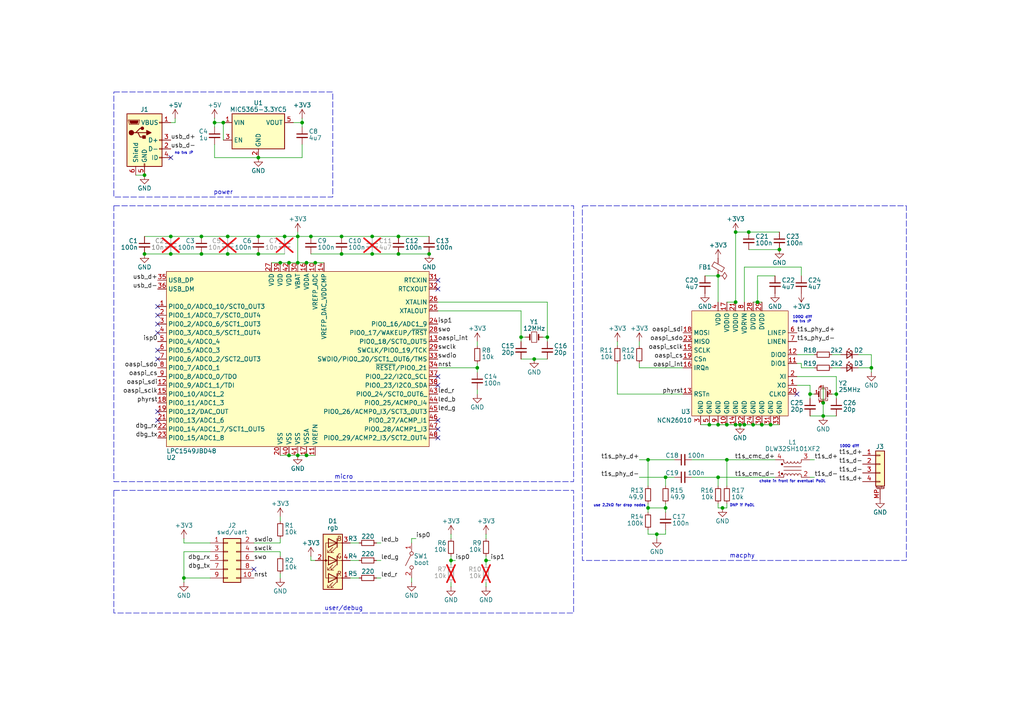
<source format=kicad_sch>
(kicad_sch (version 20231120) (generator "eeschema") (generator_version "8.0")
  (paper "A4")
  (junction (at 58.42 73.66))
  (junction (at 138.43 106.68))
  (junction (at 62.23 35.56))
  (junction (at 130.81 162.56))
  (junction (at 107.95 73.66))
  (junction (at 88.9 76.2))
  (junction (at 86.36 68.58))
  (junction (at 193.04 138.43))
  (junction (at 215.9 123.19))
  (junction (at 74.93 68.58))
  (junction (at 115.57 73.66))
  (junction (at 41.91 73.66))
  (junction (at 238.76 120.65))
  (junction (at 151.13 97.79))
  (junction (at 115.57 68.58))
  (junction (at 99.06 73.66))
  (junction (at 252.73 106.68))
  (junction (at 107.95 68.58))
  (junction (at 64.77 35.56))
  (junction (at 86.36 76.2))
  (junction (at 66.04 68.58))
  (junction (at 218.44 123.19))
  (junction (at 82.55 68.58))
  (junction (at 209.55 147.32))
  (junction (at 238.76 116.84))
  (junction (at 41.91 50.8))
  (junction (at 74.93 73.66))
  (junction (at 83.82 132.08))
  (junction (at 158.75 97.79))
  (junction (at 154.94 104.14))
  (junction (at 87.63 35.56))
  (junction (at 205.74 123.19))
  (junction (at 124.46 73.66))
  (junction (at 223.52 123.19))
  (junction (at 190.5 154.94))
  (junction (at 213.36 67.31))
  (junction (at 88.9 132.08))
  (junction (at 58.42 68.58))
  (junction (at 49.53 68.58))
  (junction (at 81.28 76.2))
  (junction (at 99.06 68.58))
  (junction (at 226.06 72.39))
  (junction (at 49.53 73.66))
  (junction (at 66.04 73.66))
  (junction (at 86.36 132.08))
  (junction (at 213.36 87.63))
  (junction (at 74.93 45.72))
  (junction (at 210.82 123.19))
  (junction (at 91.44 76.2))
  (junction (at 234.95 114.3))
  (junction (at 187.96 147.32))
  (junction (at 90.17 68.58))
  (junction (at 83.82 76.2))
  (junction (at 242.57 114.3))
  (junction (at 213.36 123.19))
  (junction (at 219.71 87.63))
  (junction (at 210.82 133.35))
  (junction (at 208.28 80.01))
  (junction (at 208.28 138.43))
  (junction (at 214.63 123.19))
  (junction (at 208.28 123.19))
  (junction (at 193.04 147.32))
  (junction (at 53.34 167.64))
  (junction (at 220.98 123.19))
  (junction (at 187.96 133.35))
  (junction (at 217.17 67.31))
  (junction (at 140.97 162.56))
  (no_connect (at 127 109.22))
  (no_connect (at 49.53 45.72))
  (no_connect (at 45.72 88.9))
  (no_connect (at 127 124.46))
  (no_connect (at 73.66 165.1))
  (no_connect (at 45.72 101.6))
  (no_connect (at 45.72 96.52))
  (no_connect (at 127 81.28))
  (no_connect (at 45.72 121.92))
  (no_connect (at 45.72 119.38))
  (no_connect (at 127 127))
  (no_connect (at 45.72 91.44))
  (no_connect (at 127 83.82))
  (no_connect (at 127 121.92))
  (no_connect (at 231.14 114.3))
  (no_connect (at 45.72 93.98))
  (no_connect (at 45.72 104.14))
  (no_connect (at 127 111.76))
  (wire (pts (xy 232.41 106.68) (xy 236.22 106.68)))
  (wire (pts (xy 185.42 99.06) (xy 185.42 100.33)))
  (wire (pts (xy 234.95 111.76) (xy 234.95 114.3)))
  (wire (pts (xy 130.81 162.56) (xy 132.08 162.56)))
  (wire (pts (xy 74.93 45.72) (xy 62.23 45.72)))
  (wire (pts (xy 107.95 68.58) (xy 115.57 68.58)))
  (wire (pts (xy 213.36 67.31) (xy 213.36 87.63)))
  (wire (pts (xy 217.17 67.31) (xy 213.36 67.31)))
  (wire (pts (xy 193.04 138.43) (xy 193.04 140.97)))
  (wire (pts (xy 185.42 133.35) (xy 187.96 133.35)))
  (wire (pts (xy 193.04 147.32) (xy 193.04 148.59)))
  (wire (pts (xy 127 90.17) (xy 151.13 90.17)))
  (wire (pts (xy 101.6 167.64) (xy 104.14 167.64)))
  (wire (pts (xy 86.36 76.2) (xy 88.9 76.2)))
  (wire (pts (xy 214.63 123.19) (xy 215.9 123.19)))
  (wire (pts (xy 232.41 77.47) (xy 232.41 80.01)))
  (wire (pts (xy 140.97 168.91) (xy 140.97 170.18)))
  (wire (pts (xy 208.28 80.01) (xy 208.28 87.63)))
  (wire (pts (xy 187.96 133.35) (xy 195.58 133.35)))
  (wire (pts (xy 234.95 120.65) (xy 238.76 120.65)))
  (wire (pts (xy 252.73 106.68) (xy 252.73 107.95)))
  (wire (pts (xy 107.95 73.66) (xy 115.57 73.66)))
  (wire (pts (xy 252.73 102.87) (xy 252.73 106.68)))
  (wire (pts (xy 198.12 114.3) (xy 179.07 114.3)))
  (wire (pts (xy 151.13 104.14) (xy 154.94 104.14)))
  (wire (pts (xy 138.43 106.68) (xy 138.43 107.95)))
  (wire (pts (xy 158.75 99.06) (xy 158.75 97.79)))
  (wire (pts (xy 185.42 138.43) (xy 193.04 138.43)))
  (wire (pts (xy 120.65 156.21) (xy 119.38 156.21)))
  (wire (pts (xy 241.3 102.87) (xy 243.84 102.87)))
  (wire (pts (xy 215.9 87.63) (xy 215.9 77.47)))
  (wire (pts (xy 130.81 168.91) (xy 130.81 170.18)))
  (wire (pts (xy 219.71 87.63) (xy 219.71 80.01)))
  (wire (pts (xy 83.82 132.08) (xy 86.36 132.08)))
  (wire (pts (xy 130.81 162.56) (xy 130.81 163.83)))
  (wire (pts (xy 208.28 138.43) (xy 224.79 138.43)))
  (wire (pts (xy 119.38 167.64) (xy 119.38 168.91)))
  (wire (pts (xy 208.28 123.19) (xy 210.82 123.19)))
  (wire (pts (xy 39.37 50.8) (xy 41.91 50.8)))
  (wire (pts (xy 90.17 162.56) (xy 91.44 162.56)))
  (wire (pts (xy 187.96 154.94) (xy 190.5 154.94)))
  (wire (pts (xy 223.52 123.19) (xy 226.06 123.19)))
  (wire (pts (xy 140.97 162.56) (xy 142.24 162.56)))
  (wire (pts (xy 81.28 149.86) (xy 81.28 151.13)))
  (wire (pts (xy 204.47 80.01) (xy 208.28 80.01)))
  (wire (pts (xy 53.34 160.02) (xy 60.96 160.02)))
  (wire (pts (xy 86.36 68.58) (xy 86.36 76.2)))
  (wire (pts (xy 115.57 73.66) (xy 124.46 73.66)))
  (wire (pts (xy 62.23 34.29) (xy 62.23 35.56)))
  (wire (pts (xy 203.2 123.19) (xy 205.74 123.19)))
  (wire (pts (xy 248.92 102.87) (xy 252.73 102.87)))
  (wire (pts (xy 151.13 97.79) (xy 152.4 97.79)))
  (wire (pts (xy 85.09 35.56) (xy 87.63 35.56)))
  (wire (pts (xy 87.63 34.29) (xy 87.63 35.56)))
  (wire (pts (xy 238.76 111.76) (xy 238.76 116.84)))
  (wire (pts (xy 86.36 67.31) (xy 86.36 68.58)))
  (wire (pts (xy 140.97 154.94) (xy 140.97 156.21)))
  (wire (pts (xy 219.71 80.01) (xy 224.79 80.01)))
  (wire (pts (xy 193.04 154.94) (xy 193.04 153.67)))
  (wire (pts (xy 53.34 167.64) (xy 53.34 160.02)))
  (wire (pts (xy 187.96 146.05) (xy 187.96 147.32)))
  (wire (pts (xy 218.44 87.63) (xy 219.71 87.63)))
  (wire (pts (xy 241.3 106.68) (xy 243.84 106.68)))
  (wire (pts (xy 179.07 99.06) (xy 179.07 100.33)))
  (wire (pts (xy 242.57 114.3) (xy 242.57 115.57)))
  (wire (pts (xy 138.43 99.06) (xy 138.43 100.33)))
  (wire (pts (xy 62.23 45.72) (xy 62.23 41.91)))
  (wire (pts (xy 210.82 133.35) (xy 224.79 133.35)))
  (wire (pts (xy 234.95 114.3) (xy 236.22 114.3)))
  (wire (pts (xy 41.91 73.66) (xy 49.53 73.66)))
  (wire (pts (xy 86.36 68.58) (xy 90.17 68.58)))
  (wire (pts (xy 81.28 76.2) (xy 83.82 76.2)))
  (wire (pts (xy 193.04 147.32) (xy 193.04 146.05)))
  (wire (pts (xy 83.82 76.2) (xy 86.36 76.2)))
  (wire (pts (xy 109.22 162.56) (xy 110.49 162.56)))
  (wire (pts (xy 82.55 68.58) (xy 86.36 68.58)))
  (wire (pts (xy 138.43 105.41) (xy 138.43 106.68)))
  (wire (pts (xy 58.42 68.58) (xy 66.04 68.58)))
  (wire (pts (xy 200.66 138.43) (xy 208.28 138.43)))
  (wire (pts (xy 215.9 77.47) (xy 232.41 77.47)))
  (wire (pts (xy 187.96 147.32) (xy 193.04 147.32)))
  (wire (pts (xy 87.63 35.56) (xy 87.63 36.83)))
  (wire (pts (xy 74.93 73.66) (xy 82.55 73.66)))
  (wire (pts (xy 158.75 97.79) (xy 157.48 97.79)))
  (wire (pts (xy 234.95 115.57) (xy 234.95 114.3)))
  (wire (pts (xy 220.98 123.19) (xy 223.52 123.19)))
  (wire (pts (xy 140.97 162.56) (xy 140.97 163.83)))
  (wire (pts (xy 210.82 123.19) (xy 213.36 123.19)))
  (wire (pts (xy 248.92 106.68) (xy 252.73 106.68)))
  (wire (pts (xy 53.34 157.48) (xy 53.34 156.21)))
  (wire (pts (xy 73.66 160.02) (xy 81.28 160.02)))
  (wire (pts (xy 130.81 161.29) (xy 130.81 162.56)))
  (wire (pts (xy 151.13 99.06) (xy 151.13 97.79)))
  (wire (pts (xy 217.17 72.39) (xy 226.06 72.39)))
  (wire (pts (xy 219.71 87.63) (xy 220.98 87.63)))
  (wire (pts (xy 210.82 147.32) (xy 210.82 146.05)))
  (wire (pts (xy 208.28 146.05) (xy 208.28 147.32)))
  (wire (pts (xy 62.23 35.56) (xy 62.23 36.83)))
  (wire (pts (xy 87.63 45.72) (xy 87.63 41.91)))
  (wire (pts (xy 74.93 68.58) (xy 82.55 68.58)))
  (wire (pts (xy 231.14 111.76) (xy 234.95 111.76)))
  (wire (pts (xy 99.06 68.58) (xy 107.95 68.58)))
  (wire (pts (xy 99.06 73.66) (xy 107.95 73.66)))
  (wire (pts (xy 151.13 90.17) (xy 151.13 97.79)))
  (wire (pts (xy 73.66 157.48) (xy 81.28 157.48)))
  (wire (pts (xy 109.22 167.64) (xy 110.49 167.64)))
  (wire (pts (xy 208.28 147.32) (xy 209.55 147.32)))
  (wire (pts (xy 101.6 162.56) (xy 104.14 162.56)))
  (wire (pts (xy 78.74 76.2) (xy 81.28 76.2)))
  (wire (pts (xy 238.76 120.65) (xy 242.57 120.65)))
  (wire (pts (xy 190.5 154.94) (xy 190.5 156.21)))
  (wire (pts (xy 86.36 132.08) (xy 88.9 132.08)))
  (wire (pts (xy 187.96 133.35) (xy 187.96 140.97)))
  (wire (pts (xy 231.14 102.87) (xy 236.22 102.87)))
  (wire (pts (xy 185.42 106.68) (xy 198.12 106.68)))
  (wire (pts (xy 109.22 157.48) (xy 110.49 157.48)))
  (wire (pts (xy 127 87.63) (xy 158.75 87.63)))
  (wire (pts (xy 49.53 68.58) (xy 58.42 68.58)))
  (wire (pts (xy 90.17 161.29) (xy 90.17 162.56)))
  (wire (pts (xy 185.42 105.41) (xy 185.42 106.68)))
  (wire (pts (xy 208.28 138.43) (xy 208.28 140.97)))
  (wire (pts (xy 200.66 133.35) (xy 210.82 133.35)))
  (wire (pts (xy 119.38 156.21) (xy 119.38 157.48)))
  (wire (pts (xy 140.97 161.29) (xy 140.97 162.56)))
  (wire (pts (xy 115.57 68.58) (xy 124.46 68.58)))
  (wire (pts (xy 210.82 133.35) (xy 210.82 140.97)))
  (wire (pts (xy 90.17 73.66) (xy 99.06 73.66)))
  (wire (pts (xy 190.5 154.94) (xy 193.04 154.94)))
  (wire (pts (xy 231.14 109.22) (xy 242.57 109.22)))
  (wire (pts (xy 234.95 133.35) (xy 236.22 133.35)))
  (wire (pts (xy 64.77 35.56) (xy 62.23 35.56)))
  (wire (pts (xy 234.95 138.43) (xy 236.22 138.43)))
  (wire (pts (xy 91.44 76.2) (xy 93.98 76.2)))
  (wire (pts (xy 101.6 157.48) (xy 104.14 157.48)))
  (wire (pts (xy 231.14 105.41) (xy 232.41 105.41)))
  (wire (pts (xy 154.94 104.14) (xy 158.75 104.14)))
  (wire (pts (xy 49.53 73.66) (xy 58.42 73.66)))
  (wire (pts (xy 187.96 153.67) (xy 187.96 154.94)))
  (wire (pts (xy 241.3 114.3) (xy 242.57 114.3)))
  (wire (pts (xy 226.06 67.31) (xy 217.17 67.31)))
  (wire (pts (xy 242.57 109.22) (xy 242.57 114.3)))
  (wire (pts (xy 88.9 76.2) (xy 91.44 76.2)))
  (wire (pts (xy 58.42 73.66) (xy 66.04 73.66)))
  (wire (pts (xy 50.8 35.56) (xy 50.8 34.29)))
  (wire (pts (xy 81.28 157.48) (xy 81.28 156.21)))
  (wire (pts (xy 218.44 123.19) (xy 220.98 123.19)))
  (wire (pts (xy 130.81 154.94) (xy 130.81 156.21)))
  (wire (pts (xy 232.41 105.41) (xy 232.41 106.68)))
  (wire (pts (xy 210.82 87.63) (xy 213.36 87.63)))
  (wire (pts (xy 215.9 123.19) (xy 218.44 123.19)))
  (wire (pts (xy 66.04 73.66) (xy 74.93 73.66)))
  (wire (pts (xy 53.34 167.64) (xy 60.96 167.64)))
  (wire (pts (xy 138.43 113.03) (xy 138.43 114.3)))
  (wire (pts (xy 88.9 132.08) (xy 91.44 132.08)))
  (wire (pts (xy 238.76 116.84) (xy 238.76 120.65)))
  (wire (pts (xy 187.96 147.32) (xy 187.96 148.59)))
  (wire (pts (xy 81.28 166.37) (xy 81.28 167.64)))
  (wire (pts (xy 205.74 123.19) (xy 208.28 123.19)))
  (wire (pts (xy 193.04 138.43) (xy 195.58 138.43)))
  (wire (pts (xy 74.93 45.72) (xy 87.63 45.72)))
  (wire (pts (xy 81.28 160.02) (xy 81.28 161.29)))
  (wire (pts (xy 90.17 68.58) (xy 99.06 68.58)))
  (wire (pts (xy 213.36 123.19) (xy 214.63 123.19)))
  (wire (pts (xy 209.55 147.32) (xy 210.82 147.32)))
  (wire (pts (xy 81.28 132.08) (xy 83.82 132.08)))
  (wire (pts (xy 53.34 168.91) (xy 53.34 167.64)))
  (wire (pts (xy 41.91 68.58) (xy 49.53 68.58)))
  (wire (pts (xy 60.96 157.48) (xy 53.34 157.48)))
  (wire (pts (xy 64.77 35.56) (xy 64.77 40.64)))
  (wire (pts (xy 179.07 114.3) (xy 179.07 105.41)))
  (wire (pts (xy 158.75 87.63) (xy 158.75 97.79)))
  (wire (pts (xy 127 106.68) (xy 138.43 106.68)))
  (wire (pts (xy 49.53 35.56) (xy 50.8 35.56)))
  (wire (pts (xy 66.04 68.58) (xy 74.93 68.58)))
  (rectangle (start 33.02 26.67) (end 96.52 57.15) (stroke (width 0) (type dash)))
  (rectangle (start 33.02 142.24) (end 166.37 177.8) (stroke (width 0) (type dash)))
  (rectangle (start 33.02 59.69) (end 166.37 139.7) (stroke (width 0) (type dash)))
  (rectangle (start 168.91 59.69) (end 262.89 162.56) (stroke (width 0) (type dash)))
  (text "DNP if PoDL" (at 215.265 146.685 0) (effects (font (size 0.762 0.762))))
  (text "use 2.2kΩ for drop nodes" (at 179.705 146.685 0) (effects (font (size 0.762 0.762))))
  (text "no tvs :P" (at 53.34 44.45 0) (effects (font (size 0.762 0.762))))
  (text "100Ω diff" (at 246.38 129.54 0) (effects (font (size 0.762 0.762))))
  (text "micro" (at 99.695 138.43 0) (effects (font (size 1.27 1.27))))
  (text "choke in front for eventual PoDL" (at 229.87 139.7 0) (effects (font (size 0.762 0.762))))
  (text "user/debug" (at 99.695 176.53 0) (effects (font (size 1.27 1.27))))
  (text "macphy" (at 215.265 161.29 0) (effects (font (size 1.27 1.27))))
  (text "100Ω diff\nno tvs :P" (at 229.87 92.71 0) (effects (font (size 0.762 0.762)) (justify left)))
  (text "power" (at 64.77 55.88 0) (effects (font (size 1.27 1.27))))
  (label "t1s_d+" (at 236.22 133.35 0))
  (label "swo" (at 73.66 162.56 0))
  (label "swclk" (at 127 101.6 0))
  (label "isp0" (at 132.08 162.56 0))
  (label "swdio" (at 127 104.14 0))
  (label "t1s_d+" (at 250.19 139.7 180))
  (label "led_g" (at 110.49 162.56 0))
  (label "swclk" (at 73.66 160.02 0))
  (label "t1s_d-" (at 236.22 138.43 0))
  (label "usb_d+" (at 45.72 81.28 180))
  (label "phyrst" (at 45.72 116.84 180))
  (label "dbg_tx" (at 45.72 127 180))
  (label "oaspi_sdo" (at 45.72 106.68 180))
  (label "t1s_phy_d+" (at 231.14 96.52 0))
  (label "t1s_phy_d-" (at 185.42 138.43 180))
  (label "oaspi_cs" (at 45.72 109.22 180))
  (label "led_b" (at 127 116.84 0))
  (label "oaspi_cs" (at 198.12 104.14 180))
  (label "nrst" (at 73.66 167.64 0))
  (label "usb_d-" (at 45.72 83.82 180))
  (label "dbg_rx" (at 45.72 124.46 180))
  (label "isp1" (at 142.24 162.56 0))
  (label "led_r" (at 110.49 167.64 0))
  (label "t1s_cmc_d+" (at 224.79 133.35 180))
  (label "t1s_phy_d+" (at 185.42 133.35 180))
  (label "nrst" (at 127 106.68 0))
  (label "dbg_rx" (at 60.96 162.56 180))
  (label "usb_d+" (at 49.53 40.64 0))
  (label "t1s_d-" (at 250.19 137.16 180))
  (label "oaspi_sclk" (at 45.72 114.3 180))
  (label "led_g" (at 127 119.38 0))
  (label "led_b" (at 110.49 157.48 0))
  (label "oaspi_int" (at 127 99.06 0))
  (label "t1s_d+" (at 250.19 132.08 180))
  (label "swdio" (at 73.66 157.48 0))
  (label "t1s_cmc_d-" (at 224.79 138.43 180))
  (label "isp0" (at 45.72 99.06 180))
  (label "usb_d-" (at 49.53 43.18 0))
  (label "dbg_tx" (at 60.96 165.1 180))
  (label "oaspi_sdi" (at 45.72 111.76 180))
  (label "swo" (at 127 96.52 0))
  (label "oaspi_sclk" (at 198.12 101.6 180))
  (label "led_r" (at 127 114.3 0))
  (label "oaspi_sdo" (at 198.12 99.06 180))
  (label "t1s_phy_d-" (at 231.14 99.06 0))
  (label "oaspi_int" (at 198.12 106.68 180))
  (label "isp0" (at 120.65 156.21 0))
  (label "oaspi_sdi" (at 198.12 96.52 180))
  (label "t1s_d-" (at 250.19 134.62 180))
  (label "isp1" (at 127 93.98 0))
  (label "phyrst" (at 198.12 114.3 180))
  (symbol (lib_id "Device:R_Small") (at 130.81 158.75 0) (mirror y) (unit 1)
    (property "Reference" "R6" (at 129.54 157.48 0) (effects (justify left)))
    (property "Value" "10k" (at 129.54 159.385 0) (effects (justify left)))
    (property "Footprint" "Resistor_SMD:R_0402_1005Metric" (effects (hide yes)))
    (property "Description" "Resistor, small symbol" (effects (hide yes)))
  )
  (symbol (lib_id "power:+5V") (at 50.8 34.29 0) (unit 1)
    (property "Reference" "#PWR03" (effects (hide yes)))
    (property "Value" "+5V" (at 50.8 30.48 0))
    (property "Description" "Power symbol creates a global label with name \"+5V\"" (effects (hide yes)))
  )
  (symbol (lib_id "power:GND") (at 190.5 156.21 0) (unit 1)
    (property "Reference" "#PWR025" (effects (hide yes)))
    (property "Value" "GND" (at 190.5 160.02 0))
    (property "Description" "Power symbol creates a global label with name \"GND\" , ground" (effects (hide yes)))
  )
  (symbol (lib_id "power:GND") (at 81.28 167.64 0) (unit 1)
    (property "Reference" "#PWR09" (effects (hide yes)))
    (property "Value" "GND" (at 81.28 171.45 0))
    (property "Description" "Power symbol creates a global label with name \"GND\" , ground" (effects (hide yes)))
  )
  (symbol (lib_id "Device:R_Small") (at 210.82 143.51 0) (unit 1)
    (property "Reference" "R17" (at 212.09 142.24 0) (effects (justify left)))
    (property "Value" "10k" (at 212.09 144.145 0) (effects (justify left)))
    (property "Footprint" "Resistor_SMD:R_0402_1005Metric" (effects (hide yes)))
    (property "Description" "Resistor, small symbol" (effects (hide yes)))
  )
  (symbol (lib_id "Device:C_Small") (at 41.91 71.12 0) (mirror y) (unit 1)
    (property "Reference" "C1" (at 40.005 69.85 0) (effects (justify left)))
    (property "Value" "100n" (at 40.005 71.755 0) (effects (justify left)))
    (property "Footprint" "Capacitor_SMD:C_0402_1005Metric" (effects (hide yes)))
    (property "Description" "Unpolarized capacitor, small symbol" (effects (hide yes)))
  )
  (symbol (lib_id "power:+3V3") (at 53.34 156.21 0) (unit 1)
    (property "Reference" "#PWR04" (effects (hide yes)))
    (property "Value" "+3V3" (at 53.34 152.4 0))
    (property "Description" "Power symbol creates a global label with name \"+3V3\"" (effects (hide yes)))
  )
  (symbol (lib_id "Device:C_Small") (at 115.57 71.12 0) (unit 1)
    (property "Reference" "C12" (at 117.475 69.85 0) (effects (justify left)))
    (property "Value" "100n" (at 117.475 71.755 0) (effects (justify left)))
    (property "Footprint" "Capacitor_SMD:C_0402_1005Metric" (effects (hide yes)))
    (property "Description" "Unpolarized capacitor, small symbol" (effects (hide yes)))
  )
  (symbol (lib_id "power:+3V3") (at 232.41 85.09 180) (unit 1)
    (property "Reference" "#PWR032" (effects (hide yes)))
    (property "Value" "+3V3" (at 232.41 88.9 0))
    (property "Description" "Power symbol creates a global label with name \"+3V3\"" (effects (hide yes)))
  )
  (symbol (lib_id "Device:L_Iron_Coupled_1243") (at 229.87 135.89 0) (mirror x) (unit 1)
    (property "Reference" "L1" (at 229.87 128.27 0))
    (property "Value" "DLW32SH101XF2" (at 229.87 130.175 0))
    (property "Footprint" "extraparts:L_CommonModeChoke_Murata_DLW32SH101" (effects (hide yes)))
    (property "Description" "Coupled inductor with iron core" (effects (hide yes)))
  )
  (symbol (lib_id "Device:R_Small") (at 106.68 157.48 270) (mirror x) (unit 1)
    (property "Reference" "R3" (at 100.965 156.21 90) (effects (justify left)))
    (property "Value" "220" (at 104.775 155.575 90) (effects (justify left)))
    (property "Footprint" "Resistor_SMD:R_0402_1005Metric" (effects (hide yes)))
  )
  (symbol (lib_id "power:GND") (at 119.38 168.91 0) (unit 1)
    (property "Reference" "#PWR014" (effects (hide yes)))
    (property "Value" "GND" (at 119.38 172.72 0))
    (property "Description" "Power symbol creates a global label with name \"GND\" , ground" (effects (hide yes)))
  )
  (symbol (lib_id "Device:R_Small") (at 140.97 166.37 0) (mirror y) (unit 1) (dnp yes)
    (property "Reference" "R10" (at 139.7 165.1 0) (effects (justify left)))
    (property "Value" "10k" (at 139.7 167.005 0) (effects (justify left)))
    (property "Footprint" "Resistor_SMD:R_0402_1005Metric" (effects (hide yes)))
    (property "Description" "Resistor, small symbol" (effects (hide yes)))
  )
  (symbol (lib_id "Connector_Generic:Conn_02x05_Odd_Even") (at 66.04 162.56 0) (unit 1)
    (property "Reference" "J2" (at 67.31 152.4 0))
    (property "Value" "swd/uart" (at 67.31 154.305 0))
    (property "Footprint" "Connector_PinHeader_1.27mm:PinHeader_2x05_P1.27mm_Vertical_SMD" (effects (hide yes)))
    (property "Description" "Generic connector, double row, 02x05, odd/even pin numbering scheme (row 1 odd numbers, row 2 even numbers), script generated (kicad-library-utils/schlib/autogen/connector/)" (effects (hide yes)))
  )
  (symbol (lib_id "Device:R_Small") (at 140.97 158.75 0) (mirror y) (unit 1)
    (property "Reference" "R9" (at 139.7 157.48 0) (effects (justify left)))
    (property "Value" "10k" (at 139.7 159.385 0) (effects (justify left)))
    (property "Footprint" "Resistor_SMD:R_0402_1005Metric" (effects (hide yes)))
    (property "Description" "Resistor, small symbol" (effects (hide yes)))
  )
  (symbol (lib_id "Device:C_Small") (at 234.95 118.11 0) (mirror y) (unit 1)
    (property "Reference" "C25" (at 233.045 116.84 0) (effects (justify left)))
    (property "Value" "20p" (at 233.045 118.745 0) (effects (justify left)))
    (property "Footprint" "Capacitor_SMD:C_0402_1005Metric" (effects (hide yes)))
    (property "Description" "Unpolarized capacitor, small symbol" (effects (hide yes)))
  )
  (symbol (lib_id "power:+5V") (at 62.23 34.29 0) (unit 1)
    (property "Reference" "#PWR06" (effects (hide yes)))
    (property "Value" "+5V" (at 62.23 30.48 0))
    (property "Description" "Power symbol creates a global label with name \"+5V\"" (effects (hide yes)))
  )
  (symbol (lib_id "power:GND") (at 238.76 120.65 0) (unit 1)
    (property "Reference" "#PWR034" (effects (hide yes)))
    (property "Value" "GND" (at 238.76 124.46 0))
    (property "Description" "Power symbol creates a global label with name \"GND\" , ground" (effects (hide yes)))
  )
  (symbol (lib_id "Device:R_Small") (at 185.42 102.87 0) (mirror y) (unit 1)
    (property "Reference" "R12" (at 184.15 101.6 0) (effects (justify left)))
    (property "Value" "10k" (at 184.15 103.505 0) (effects (justify left)))
    (property "Footprint" "Resistor_SMD:R_0402_1005Metric" (effects (hide yes)))
    (property "Description" "Resistor, small symbol" (effects (hide yes)))
  )
  (symbol (lib_id "Device:R_Small") (at 106.68 167.64 270) (mirror x) (unit 1)
    (property "Reference" "R5" (at 100.965 166.37 90) (effects (justify left)))
    (property "Value" "220" (at 104.775 165.735 90) (effects (justify left)))
    (property "Footprint" "Resistor_SMD:R_0402_1005Metric" (effects (hide yes)))
  )
  (symbol (lib_id "Device:R_Small") (at 179.07 102.87 0) (mirror y) (unit 1)
    (property "Reference" "R11" (at 177.8 101.6 0) (effects (justify left)))
    (property "Value" "10k" (at 177.8 103.505 0) (effects (justify left)))
    (property "Footprint" "Resistor_SMD:R_0402_1005Metric" (effects (hide yes)))
    (property "Description" "Resistor, small symbol" (effects (hide yes)))
  )
  (symbol (lib_id "Device:C_Small") (at 217.17 69.85 0) (unit 1)
    (property "Reference" "C21" (at 219.075 68.58 0) (effects (justify left)))
    (property "Value" "100n" (at 219.075 70.485 0) (effects (justify left)))
    (property "Footprint" "Capacitor_SMD:C_0402_1005Metric" (effects (hide yes)))
    (property "Description" "Unpolarized capacitor, small symbol" (effects (hide yes)))
  )
  (symbol (lib_id "Device:R_Small") (at 193.04 143.51 0) (unit 1)
    (property "Reference" "R15" (at 194.31 142.24 0) (effects (justify left)))
    (property "Value" "49.9" (at 194.31 144.145 0) (effects (justify left)))
    (property "Footprint" "Resistor_SMD:R_0402_1005Metric" (effects (hide yes)))
    (property "Description" "Resistor, small symbol" (effects (hide yes)))
  )
  (symbol (lib_id "Device:C_Small") (at 232.41 82.55 0) (unit 1)
    (property "Reference" "C24" (at 234.315 81.28 0) (effects (justify left)))
    (property "Value" "4u7" (at 234.315 83.185 0) (effects (justify left)))
    (property "Footprint" "Capacitor_SMD:C_0402_1005Metric" (effects (hide yes)))
    (property "Description" "Unpolarized capacitor, small symbol" (effects (hide yes)))
  )
  (symbol (lib_id "Device:FerriteBead_Small") (at 208.28 77.47 0) (unit 1)
    (property "Reference" "FB1" (at 202.565 77.47 0) (effects (justify left)))
    (property "Value" "FerriteBead_Small" (effects (hide yes)))
    (property "Footprint" "Inductor_SMD:L_0402_1005Metric" (effects (hide yes)))
    (property "Description" "Ferrite bead, small symbol" (effects (hide yes)))
  )
  (symbol (lib_id "Device:C_Small") (at 107.95 71.12 0) (unit 1) (dnp yes)
    (property "Reference" "C11" (at 109.855 69.85 0) (effects (justify left)))
    (property "Value" "4u7" (at 109.855 71.755 0) (effects (justify left)))
    (property "Footprint" "Capacitor_SMD:C_0402_1005Metric" (effects (hide yes)))
    (property "Description" "Unpolarized capacitor, small symbol" (effects (hide yes)))
  )
  (symbol (lib_id "Device:C_Small") (at 226.06 69.85 0) (unit 1)
    (property "Reference" "C23" (at 227.965 68.58 0) (effects (justify left)))
    (property "Value" "100n" (at 227.965 70.485 0) (effects (justify left)))
    (property "Footprint" "Capacitor_SMD:C_0402_1005Metric" (effects (hide yes)))
    (property "Description" "Unpolarized capacitor, small symbol" (effects (hide yes)))
  )
  (symbol (lib_id "power:+3V3") (at 208.28 74.93 0) (unit 1)
    (property "Reference" "#PWR027" (effects (hide yes)))
    (property "Value" "+3V3" (at 208.28 71.12 0))
    (property "Description" "Power symbol creates a global label with name \"+3V3\"" (effects (hide yes)))
  )
  (symbol (lib_id "Device:R_Small") (at 81.28 153.67 0) (unit 1)
    (property "Reference" "R1" (at 82.55 152.4 0) (effects (justify left)))
    (property "Value" "10k" (at 82.55 154.305 0) (effects (justify left)))
    (property "Footprint" "Resistor_SMD:R_0402_1005Metric" (effects (hide yes)))
    (property "Description" "Resistor, small symbol" (effects (hide yes)))
  )
  (symbol (lib_id "power:GND") (at 214.63 123.19 0) (unit 1)
    (property "Reference" "#PWR029" (effects (hide yes)))
    (property "Value" "GND" (at 214.63 127 0))
    (property "Description" "Power symbol creates a global label with name \"GND\" , ground" (effects (hide yes)))
  )
  (symbol (lib_id "Device:R_Small") (at 238.76 106.68 270) (unit 1)
    (property "Reference" "R19" (at 236.855 105.41 90) (effects (justify right)))
    (property "Value" "2k2" (at 244.475 105.41 90) (effects (justify right)))
    (property "Footprint" "Resistor_SMD:R_0402_1005Metric" (effects (hide yes)))
    (property "Description" "Resistor, small symbol" (effects (hide yes)))
  )
  (symbol (lib_id "Regulator_Linear:MIC5365-3.3YC5") (at 74.93 38.1 0) (unit 1)
    (property "Reference" "U1" (at 74.93 29.845 0))
    (property "Value" "MIC5365-3.3YC5" (at 74.93 31.75 0))
    (property "Footprint" "Package_TO_SOT_SMD:SOT-353_SC-70-5" (effects (hide yes)))
    (property "Datasheet" "http://ww1.microchip.com/downloads/en/DeviceDoc/mic5365.pdf" (effects (hide yes)))
    (property "Description" "150mA Low-dropout Voltage Regulator, Vout 3.3V, Vin up to 5.5V, SC-70-5" (effects (hide yes)))
  )
  (symbol (lib_id "power:+3V3") (at 130.81 154.94 0) (unit 1)
    (property "Reference" "#PWR016" (effects (hide yes)))
    (property "Value" "+3V3" (at 130.81 151.13 0))
    (property "Description" "Power symbol creates a global label with name \"+3V3\"" (effects (hide yes)))
  )
  (symbol (lib_id "Device:C_Small") (at 138.43 110.49 0) (unit 1)
    (property "Reference" "C14" (at 140.335 109.22 0) (effects (justify left)))
    (property "Value" "100n" (at 140.335 111.125 0) (effects (justify left)))
    (property "Footprint" "Capacitor_SMD:C_0402_1005Metric" (effects (hide yes)))
    (property "Description" "Unpolarized capacitor, small symbol" (effects (hide yes)))
  )
  (symbol (lib_id "Device:C_Small") (at 224.79 82.55 0) (unit 1)
    (property "Reference" "C22" (at 226.695 81.28 0) (effects (justify left)))
    (property "Value" "4u7" (at 226.695 83.185 0) (effects (justify left)))
    (property "Footprint" "Capacitor_SMD:C_0402_1005Metric" (effects (hide yes)))
    (property "Description" "Unpolarized capacitor, small symbol" (effects (hide yes)))
  )
  (symbol (lib_id "power:+3V3") (at 138.43 99.06 0) (unit 1)
    (property "Reference" "#PWR018" (effects (hide yes)))
    (property "Value" "+3V3" (at 138.43 95.25 0))
    (property "Description" "Power symbol creates a global label with name \"+3V3\"" (effects (hide yes)))
  )
  (symbol (lib_id "Device:C_Small") (at 99.06 71.12 0) (unit 1)
    (property "Reference" "C10" (at 100.965 69.85 0) (effects (justify left)))
    (property "Value" "100n" (at 100.965 71.755 0) (effects (justify left)))
    (property "Footprint" "Capacitor_SMD:C_0402_1005Metric" (effects (hide yes)))
    (property "Description" "Unpolarized capacitor, small symbol" (effects (hide yes)))
  )
  (symbol (lib_id "Device:C_Small") (at 242.57 118.11 0) (unit 1)
    (property "Reference" "C26" (at 244.475 116.84 0) (effects (justify left)))
    (property "Value" "20p" (at 244.475 118.745 0) (effects (justify left)))
    (property "Footprint" "Capacitor_SMD:C_0402_1005Metric" (effects (hide yes)))
    (property "Description" "Unpolarized capacitor, small symbol" (effects (hide yes)))
  )
  (symbol (lib_id "power:GND") (at 74.93 45.72 0) (unit 1)
    (property "Reference" "#PWR07" (effects (hide yes)))
    (property "Value" "GND" (at 74.93 49.53 0))
    (property "Description" "Power symbol creates a global label with name \"GND\" , ground" (effects (hide yes)))
  )
  (symbol (lib_id "Device:C_Small") (at 66.04 71.12 0) (mirror y) (unit 1) (dnp yes)
    (property "Reference" "C5" (at 64.135 69.85 0) (effects (justify left)))
    (property "Value" "10n" (at 64.135 71.755 0) (effects (justify left)))
    (property "Footprint" "Capacitor_SMD:C_0402_1005Metric" (effects (hide yes)))
    (property "Description" "Unpolarized capacitor, small symbol" (effects (hide yes)))
  )
  (symbol (lib_id "Connector:USB_B_Micro") (at 41.91 40.64 0) (unit 1)
    (property "Reference" "J1" (at 41.91 31.75 0))
    (property "Value" "USB_B_Micro" (effects (hide yes)))
    (property "Footprint" "extraparts:USB_Micro-B_U254-05" (effects (hide yes)))
    (property "Description" "USB Micro Type B connector" (effects (hide yes)))
  )
  (symbol (lib_id "Device:R_Small") (at 187.96 151.13 0) (mirror y) (unit 1)
    (property "Reference" "R14" (at 186.69 149.86 0) (effects (justify left)))
    (property "Value" "100k" (at 186.69 151.765 0) (effects (justify left)))
    (property "Footprint" "Resistor_SMD:R_0402_1005Metric" (effects (hide yes)))
    (property "Description" "Resistor, small symbol" (effects (hide yes)))
  )
  (symbol (lib_id "power:GND") (at 154.94 104.14 0) (unit 1)
    (property "Reference" "#PWR022" (effects (hide yes)))
    (property "Value" "GND" (at 154.94 107.95 0))
    (property "Description" "Power symbol creates a global label with name \"GND\" , ground" (effects (hide yes)))
  )
  (symbol (lib_id "Device:C_Small") (at 198.12 138.43 90) (unit 1)
    (property "Reference" "C19" (at 194.945 137.16 90))
    (property "Value" "100n" (at 201.93 137.16 90))
    (property "Footprint" "Capacitor_SMD:C_0603_1608Metric" (effects (hide yes)))
    (property "Description" "Unpolarized capacitor, small symbol" (effects (hide yes)))
  )
  (symbol (lib_id "power:GND") (at 209.55 147.32 0) (unit 1)
    (property "Reference" "#PWR033" (effects (hide yes)))
    (property "Value" "GND" (at 209.55 151.13 0))
    (property "Description" "Power symbol creates a global label with name \"GND\" , ground" (effects (hide yes)))
  )
  (symbol (lib_id "Device:C_Small") (at 62.23 39.37 0) (mirror y) (unit 1)
    (property "Reference" "C4" (at 60.325 38.1 0) (effects (justify left)))
    (property "Value" "1u" (at 60.325 40.005 0) (effects (justify left)))
    (property "Footprint" "Capacitor_SMD:C_0402_1005Metric" (effects (hide yes)))
    (property "Description" "Unpolarized capacitor, small symbol" (effects (hide yes)))
  )
  (symbol (lib_id "power:GND") (at 255.27 144.78 0) (unit 1)
    (property "Reference" "#PWR036" (effects (hide yes)))
    (property "Value" "GND" (at 255.27 148.59 0))
    (property "Description" "Power symbol creates a global label with name \"GND\" , ground" (effects (hide yes)))
  )
  (symbol (lib_id "power:GND") (at 41.91 50.8 0) (unit 1)
    (property "Reference" "#PWR01" (effects (hide yes)))
    (property "Value" "GND" (at 41.91 54.61 0))
    (property "Description" "Power symbol creates a global label with name \"GND\" , ground" (effects (hide yes)))
  )
  (symbol (lib_id "power:+3V3") (at 90.17 161.29 0) (unit 1)
    (property "Reference" "#PWR013" (effects (hide yes)))
    (property "Value" "+3V3" (at 90.17 157.48 0))
    (property "Description" "Power symbol creates a global label with name \"+3V3\"" (effects (hide yes)))
  )
  (symbol (lib_id "Device:C_Small") (at 87.63 39.37 0) (unit 1)
    (property "Reference" "C8" (at 89.535 38.1 0) (effects (justify left)))
    (property "Value" "4u7" (at 89.535 40.005 0) (effects (justify left)))
    (property "Footprint" "Capacitor_SMD:C_0402_1005Metric" (effects (hide yes)))
    (property "Description" "Unpolarized capacitor, small symbol" (effects (hide yes)))
  )
  (symbol (lib_id "power:GND") (at 53.34 168.91 0) (unit 1)
    (property "Reference" "#PWR05" (effects (hide yes)))
    (property "Value" "GND" (at 53.34 172.72 0))
    (property "Description" "Power symbol creates a global label with name \"GND\" , ground" (effects (hide yes)))
  )
  (symbol (lib_id "power:GND") (at 41.91 73.66 0) (unit 1)
    (property "Reference" "#PWR02" (effects (hide yes)))
    (property "Value" "GND" (at 41.91 77.47 0))
    (property "Description" "Power symbol creates a global label with name \"GND\" , ground" (effects (hide yes)))
  )
  (symbol (lib_id "extraparts:NCN26010") (at 214.63 105.41 0) (unit 1)
    (property "Reference" "U3" (at 197.485 119.38 0) (effects (justify left)))
    (property "Value" "NCN26010" (at 190.5 121.92 0) (effects (justify left)))
    (property "Footprint" "Package_DFN_QFN:QFN-32-1EP_4x4mm_P0.4mm_EP2.9x2.9mm" (effects (hide yes)))
  )
  (symbol (lib_id "power:GND") (at 140.97 170.18 0) (unit 1)
    (property "Reference" "#PWR021" (effects (hide yes)))
    (property "Value" "GND" (at 140.97 173.99 0))
    (property "Description" "Power symbol creates a global label with name \"GND\" , ground" (effects (hide yes)))
  )
  (symbol (lib_id "power:+3V3") (at 185.42 99.06 0) (unit 1)
    (property "Reference" "#PWR024" (effects (hide yes)))
    (property "Value" "+3V3" (at 185.42 95.25 0))
    (property "Description" "Power symbol creates a global label with name \"+3V3\"" (effects (hide yes)))
  )
  (symbol (lib_id "Device:R_Small") (at 138.43 102.87 0) (unit 1)
    (property "Reference" "R8" (at 139.7 101.6 0) (effects (justify left)))
    (property "Value" "10k" (at 139.7 103.505 0) (effects (justify left)))
    (property "Footprint" "Resistor_SMD:R_0402_1005Metric" (effects (hide yes)))
    (property "Description" "Resistor, small symbol" (effects (hide yes)))
  )
  (symbol (lib_id "Device:R_Small") (at 187.96 143.51 0) (mirror y) (unit 1)
    (property "Reference" "R13" (at 186.69 142.24 0) (effects (justify left)))
    (property "Value" "49.9" (at 186.69 144.145 0) (effects (justify left)))
    (property "Footprint" "Resistor_SMD:R_0402_1005Metric" (effects (hide yes)))
    (property "Description" "Resistor, small symbol" (effects (hide yes)))
  )
  (symbol (lib_id "power:+3V3") (at 179.07 99.06 0) (unit 1)
    (property "Reference" "#PWR023" (effects (hide yes)))
    (property "Value" "+3V3" (at 179.07 95.25 0))
    (property "Description" "Power symbol creates a global label with name \"+3V3\"" (effects (hide yes)))
  )
  (symbol (lib_id "Device:R_Small") (at 106.68 162.56 270) (mirror x) (unit 1)
    (property "Reference" "R4" (at 100.965 161.29 90) (effects (justify left)))
    (property "Value" "220" (at 104.775 160.655 90) (effects (justify left)))
    (property "Footprint" "Resistor_SMD:R_0402_1005Metric" (effects (hide yes)))
  )
  (symbol (lib_id "Device:C_Small") (at 198.12 133.35 90) (unit 1)
    (property "Reference" "C18" (at 194.945 132.08 90))
    (property "Value" "100n" (at 201.93 132.08 90))
    (property "Footprint" "Capacitor_SMD:C_0603_1608Metric" (effects (hide yes)))
    (property "Description" "Unpolarized capacitor, small symbol" (effects (hide yes)))
  )
  (symbol (lib_id "power:GND") (at 204.47 85.09 0) (unit 1)
    (property "Reference" "#PWR026" (effects (hide yes)))
    (property "Value" "GND" (at 204.47 88.9 0))
    (property "Description" "Power symbol creates a global label with name \"GND\" , ground" (effects (hide yes)))
  )
  (symbol (lib_id "Device:C_Small") (at 58.42 71.12 0) (mirror y) (unit 1)
    (property "Reference" "C3" (at 56.515 69.85 0) (effects (justify left)))
    (property "Value" "100n" (at 56.515 71.755 0) (effects (justify left)))
    (property "Footprint" "Capacitor_SMD:C_0402_1005Metric" (effects (hide yes)))
    (property "Description" "Unpolarized capacitor, small symbol" (effects (hide yes)))
  )
  (symbol (lib_id "power:+3V3") (at 140.97 154.94 0) (unit 1)
    (property "Reference" "#PWR020" (effects (hide yes)))
    (property "Value" "+3V3" (at 140.97 151.13 0))
    (property "Description" "Power symbol creates a global label with name \"+3V3\"" (effects (hide yes)))
  )
  (symbol (lib_id "Device:C_Small") (at 204.47 82.55 0) (mirror y) (unit 1)
    (property "Reference" "C20" (at 202.565 81.28 0) (effects (justify left)))
    (property "Value" "4u7" (at 202.565 83.185 0) (effects (justify left)))
    (property "Footprint" "Capacitor_SMD:C_0402_1005Metric" (effects (hide yes)))
    (property "Description" "Unpolarized capacitor, small symbol" (effects (hide yes)))
  )
  (symbol (lib_id "Device:R_Small") (at 208.28 143.51 0) (mirror y) (unit 1)
    (property "Reference" "R16" (at 207.01 142.24 0) (effects (justify left)))
    (property "Value" "10k" (at 207.01 144.145 0) (effects (justify left)))
    (property "Footprint" "Resistor_SMD:R_0402_1005Metric" (effects (hide yes)))
    (property "Description" "Resistor, small symbol" (effects (hide yes)))
  )
  (symbol (lib_id "Device:C_Small") (at 124.46 71.12 0) (unit 1)
    (property "Reference" "C13" (at 126.365 69.85 0) (effects (justify left)))
    (property "Value" "100n" (at 126.365 71.755 0) (effects (justify left)))
    (property "Footprint" "Capacitor_SMD:C_0402_1005Metric" (effects (hide yes)))
    (property "Description" "Unpolarized capacitor, small symbol" (effects (hide yes)))
  )
  (symbol (lib_id "Connector_Generic_MountingPin:Conn_01x04_MountingPin") (at 255.27 134.62 0) (unit 1)
    (property "Reference" "J3" (at 254 129.54 0) (effects (justify left)))
    (property "Value" "Conn_01x04_MountingPin" (effects (hide yes)))
    (property "Footprint" "extraparts:Molex_DuraClik_RH_4pin" (effects (hide yes)))
    (property "Description" "Generic connectable mounting pin connector, single row, 01x04, script generated (kicad-library-utils/schlib/autogen/connector/)" (effects (hide yes)))
  )
  (symbol (lib_id "Device:LED_RABG") (at 96.52 162.56 180) (unit 1)
    (property "Reference" "D1" (at 96.52 151.13 0))
    (property "Value" "rgb" (at 96.52 153.035 0))
    (property "Footprint" "Resistor_SMD:R_Array_Convex_2x0606" (effects (hide yes)))
  )
  (symbol (lib_id "extraparts:LPC1549JBD48") (at 86.36 104.14 0) (unit 1)
    (property "Reference" "U2" (at 48.26 132.715 0) (effects (justify left)))
    (property "Value" "LPC1549JBD48" (at 48.26 130.81 0) (effects (justify left)))
    (property "Footprint" "Package_QFP:LQFP-48_7x7mm_P0.5mm" (effects (hide yes)))
  )
  (symbol (lib_id "power:GND") (at 224.79 85.09 0) (unit 1)
    (property "Reference" "#PWR030" (effects (hide yes)))
    (property "Value" "GND" (at 224.79 88.9 0))
    (property "Description" "Power symbol creates a global label with name \"GND\" , ground" (effects (hide yes)))
  )
  (symbol (lib_id "Device:R_Small") (at 130.81 166.37 0) (mirror y) (unit 1) (dnp yes)
    (property "Reference" "R7" (at 129.54 165.1 0) (effects (justify left)))
    (property "Value" "10k" (at 129.54 167.005 0) (effects (justify left)))
    (property "Footprint" "Resistor_SMD:R_0402_1005Metric" (effects (hide yes)))
    (property "Description" "Resistor, small symbol" (effects (hide yes)))
  )
  (symbol (lib_id "Device:R_Small") (at 81.28 163.83 0) (unit 1)
    (property "Reference" "R2" (at 82.55 162.56 0) (effects (justify left)))
    (property "Value" "10k" (at 82.55 164.465 0) (effects (justify left)))
    (property "Footprint" "Resistor_SMD:R_0402_1005Metric" (effects (hide yes)))
    (property "Description" "Resistor, small symbol" (effects (hide yes)))
  )
  (symbol (lib_id "power:+3V3") (at 81.28 149.86 0) (unit 1)
    (property "Reference" "#PWR08" (effects (hide yes)))
    (property "Value" "+3V3" (at 81.28 146.05 0))
    (property "Description" "Power symbol creates a global label with name \"+3V3\"" (effects (hide yes)))
  )
  (symbol (lib_id "power:+3V3") (at 213.36 67.31 0) (unit 1)
    (property "Reference" "#PWR028" (effects (hide yes)))
    (property "Value" "+3V3" (at 213.36 63.5 0))
    (property "Description" "Power symbol creates a global label with name \"+3V3\"" (effects (hide yes)))
  )
  (symbol (lib_id "Device:C_Small") (at 74.93 71.12 0) (mirror y) (unit 1)
    (property "Reference" "C6" (at 73.025 69.85 0) (effects (justify left)))
    (property "Value" "100n" (at 73.025 71.755 0) (effects (justify left)))
    (property "Footprint" "Capacitor_SMD:C_0402_1005Metric" (effects (hide yes)))
    (property "Description" "Unpolarized capacitor, small symbol" (effects (hide yes)))
  )
  (symbol (lib_id "Device:R_Small") (at 238.76 102.87 270) (unit 1)
    (property "Reference" "R18" (at 236.855 101.6 90) (effects (justify right)))
    (property "Value" "2k2" (at 244.475 101.6 90) (effects (justify right)))
    (property "Footprint" "Resistor_SMD:R_0402_1005Metric" (effects (hide yes)))
    (property "Description" "Resistor, small symbol" (effects (hide yes)))
  )
  (symbol (lib_id "Device:C_Small") (at 151.13 101.6 0) (mirror y) (unit 1)
    (property "Reference" "C15" (at 149.225 100.33 0) (effects (justify left)))
    (property "Value" "20p" (at 149.225 102.235 0) (effects (justify left)))
    (property "Footprint" "Capacitor_SMD:C_0402_1005Metric" (effects (hide yes)))
    (property "Description" "Unpolarized capacitor, small symbol" (effects (hide yes)))
  )
  (symbol (lib_id "power:+3V3") (at 87.63 34.29 0) (unit 1)
    (property "Reference" "#PWR012" (effects (hide yes)))
    (property "Value" "+3V3" (at 87.63 30.48 0))
    (property "Description" "Power symbol creates a global label with name \"+3V3\"" (effects (hide yes)))
  )
  (symbol (lib_id "Device:C_Small") (at 49.53 71.12 0) (mirror y) (unit 1) (dnp yes)
    (property "Reference" "C2" (at 47.625 69.85 0) (effects (justify left)))
    (property "Value" "10n" (at 47.625 71.755 0) (effects (justify left)))
    (property "Footprint" "Capacitor_SMD:C_0402_1005Metric" (effects (hide yes)))
    (property "Description" "Unpolarized capacitor, small symbol" (effects (hide yes)))
  )
  (symbol (lib_id "Device:C_Small") (at 82.55 71.12 0) (mirror y) (unit 1) (dnp yes)
    (property "Reference" "C7" (at 80.645 69.85 0) (effects (justify left)))
    (property "Value" "10n" (at 80.645 71.755 0) (effects (justify left)))
    (property "Footprint" "Capacitor_SMD:C_0402_1005Metric" (effects (hide yes)))
    (property "Description" "Unpolarized capacitor, small symbol" (effects (hide yes)))
  )
  (symbol (lib_id "Device:Crystal_Small") (at 154.94 97.79 0) (unit 1)
    (property "Reference" "Y1" (at 154.94 93.345 0))
    (property "Value" "12MHz" (at 154.94 95.25 0))
    (property "Footprint" "Crystal:Crystal_SMD_TXC_7A-2Pin_5x3.2mm" (effects (hide yes)))
    (property "Description" "Two pin crystal, small symbol" (effects (hide yes)))
  )
  (symbol (lib_id "power:GND") (at 86.36 132.08 0) (unit 1)
    (property "Reference" "#PWR011" (effects (hide yes)))
    (property "Value" "GND" (at 86.36 135.89 0))
    (property "Description" "Power symbol creates a global label with name \"GND\" , ground" (effects (hide yes)))
  )
  (symbol (lib_id "power:GND") (at 130.81 170.18 0) (unit 1)
    (property "Reference" "#PWR017" (effects (hide yes)))
    (property "Value" "GND" (at 130.81 173.99 0))
    (property "Description" "Power symbol creates a global label with name \"GND\" , ground" (effects (hide yes)))
  )
  (symbol (lib_id "power:GND") (at 138.43 114.3 0) (unit 1)
    (property "Reference" "#PWR019" (effects (hide yes)))
    (property "Value" "GND" (at 138.43 118.11 0))
    (property "Description" "Power symbol creates a global label with name \"GND\" , ground" (effects (hide yes)))
  )
  (symbol (lib_id "Device:LED_Small") (at 246.38 106.68 0) (mirror y) (unit 1)
    (property "Reference" "D3" (at 247.65 105.41 0) (effects (justify right)))
    (property "Footprint" "LED_SMD:LED_0402_1005Metric" (effects (hide yes)))
    (property "Description" "Light emitting diode, small symbol" (effects (hide yes)))
  )
  (symbol (lib_id "Device:LED_Small") (at 246.38 102.87 0) (mirror y) (unit 1)
    (property "Reference" "D2" (at 247.65 101.6 0) (effects (justify right)))
    (property "Footprint" "LED_SMD:LED_0402_1005Metric" (effects (hide yes)))
    (property "Description" "Light emitting diode, small symbol" (effects (hide yes)))
  )
  (symbol (lib_id "Switch:SW_SPST") (at 119.38 162.56 90) (mirror x) (unit 1)
    (property "Reference" "SW1" (at 120.015 161.29 90) (effects (justify right)))
    (property "Value" "boot" (at 120.015 163.195 90) (effects (justify right)))
    (property "Footprint" "Button_Switch_SMD:SW_SPST_PTS810" (effects (hide yes)))
    (property "Description" "Single Pole Single Throw (SPST) switch" (effects (hide yes)))
  )
  (symbol (lib_id "power:GND") (at 252.73 107.95 0) (unit 1)
    (property "Reference" "#PWR035" (effects (hide yes)))
    (property "Value" "GND" (at 252.73 111.76 0))
    (property "Description" "Power symbol creates a global label with name \"GND\" , ground" (effects (hide yes)))
  )
  (symbol (lib_id "power:PWR_FLAG") (at 208.28 80.01 270) (unit 1)
    (property "Reference" "#FLG01" (effects (hide yes)))
    (property "Value" "PWR_FLAG" (effects (hide yes)))
    (property "Description" "Special symbol for telling ERC where power comes from" (effects (hide yes)))
  )
  (symbol (lib_id "Device:C_Small") (at 193.04 151.13 0) (unit 1)
    (property "Reference" "C17" (at 194.945 149.86 0) (effects (justify left)))
    (property "Value" "100n" (at 194.945 151.765 0) (effects (justify left)))
    (property "Footprint" "Capacitor_SMD:C_0402_1005Metric" (effects (hide yes)))
    (property "Description" "Unpolarized capacitor, small symbol" (effects (hide yes)))
  )
  (symbol (lib_id "Device:C_Small") (at 158.75 101.6 0) (unit 1)
    (property "Reference" "C16" (at 160.655 100.33 0) (effects (justify left)))
    (property "Value" "20p" (at 160.655 102.235 0) (effects (justify left)))
    (property "Footprint" "Capacitor_SMD:C_0402_1005Metric" (effects (hide yes)))
    (property "Description" "Unpolarized capacitor, small symbol" (effects (hide yes)))
  )
  (symbol (lib_id "Device:C_Small") (at 90.17 71.12 0) (unit 1)
    (property "Reference" "C9" (at 92.075 69.85 0) (effects (justify left)))
    (property "Value" "100n" (at 92.075 71.755 0) (effects (justify left)))
    (property "Footprint" "Capacitor_SMD:C_0402_1005Metric" (effects (hide yes)))
    (property "Description" "Unpolarized capacitor, small symbol" (effects (hide yes)))
  )
  (symbol (lib_id "Device:Crystal_GND24_Small") (at 238.76 114.3 0) (unit 1)
    (property "Reference" "Y2" (at 243.205 111.125 0) (effects (justify left)))
    (property "Value" "25MHz" (at 243.205 113.03 0) (effects (justify left)))
    (property "Footprint" "Crystal:Crystal_SMD_3225-4Pin_3.2x2.5mm" (effects (hide yes)))
    (property "Description" "Four pin crystal, GND on pins 2 and 4, small symbol" (effects (hide yes)))
  )
  (symbol (lib_id "power:GND") (at 124.46 73.66 0) (unit 1)
    (property "Reference" "#PWR015" (effects (hide yes)))
    (property "Value" "GND" (at 124.46 77.47 0))
    (property "Description" "Power symbol creates a global label with name \"GND\" , ground" (effects (hide yes)))
  )
  (symbol (lib_id "power:GND") (at 226.06 72.39 0) (unit 1)
    (property "Reference" "#PWR031" (effects (hide yes)))
    (property "Value" "GND" (at 226.06 76.2 0))
    (property "Description" "Power symbol creates a global label with name \"GND\" , ground" (effects (hide yes)))
  )
  (symbol (lib_id "power:+3V3") (at 86.36 67.31 0) (unit 1)
    (property "Reference" "#PWR010" (effects (hide yes)))
    (property "Value" "+3V3" (at 86.36 63.5 0))
    (property "Description" "Power symbol creates a global label with name \"+3V3\"" (effects (hide yes)))
  )
)
</source>
